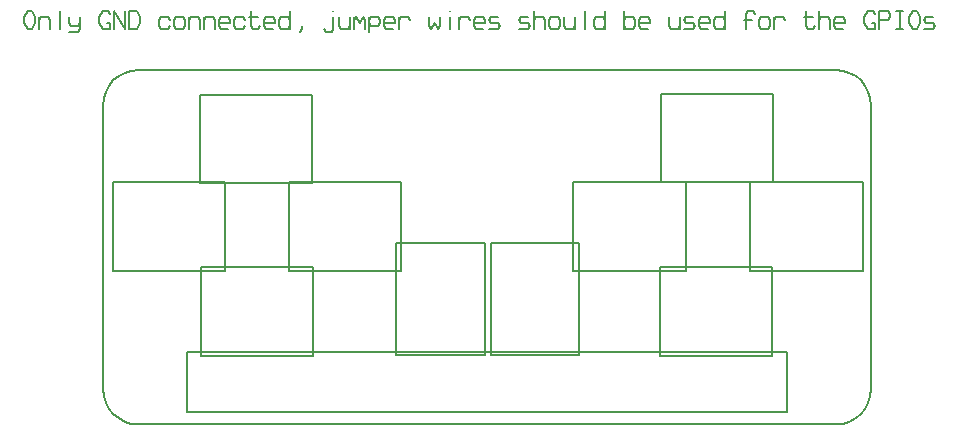
<source format=gbr>
G04 PROTEUS GERBER X2 FILE*
%TF.GenerationSoftware,Labcenter,Proteus,8.5-SP0-Build22067*%
%TF.CreationDate,2018-10-08T15:20:44+00:00*%
%TF.FileFunction,Legend,Top*%
%TF.FilePolarity,Positive*%
%TF.Part,Single*%
%FSLAX45Y45*%
%MOMM*%
G01*
%TA.AperFunction,Profile*%
%ADD13C,0.203200*%
%TA.AperFunction,Material*%
%ADD14C,0.203200*%
D13*
X+300000Y+3000000D02*
X+238660Y+2994031D01*
X+181934Y+2976855D01*
X+130921Y+2949573D01*
X+86719Y+2913281D01*
X+50427Y+2869080D01*
X+23145Y+2818066D01*
X+5969Y+2761340D01*
X+0Y+2700000D01*
X+0Y+300000D02*
X+5969Y+238660D01*
X+23145Y+181934D01*
X+50427Y+130920D01*
X+86719Y+86719D01*
X+130921Y+50427D01*
X+181934Y+23145D01*
X+238660Y+5969D01*
X+300000Y+0D01*
X+6500000Y+300000D02*
X+6494031Y+238660D01*
X+6476855Y+181934D01*
X+6449573Y+130920D01*
X+6413281Y+86719D01*
X+6369079Y+50427D01*
X+6318066Y+23145D01*
X+6261340Y+5969D01*
X+6200000Y+0D01*
X+6500000Y+2700000D02*
X+6494031Y+2761340D01*
X+6476855Y+2818066D01*
X+6449573Y+2869080D01*
X+6413281Y+2913281D01*
X+6369079Y+2949573D01*
X+6318066Y+2976855D01*
X+6261340Y+2994031D01*
X+6200000Y+3000000D01*
X+0Y+2700000D02*
X+0Y+300000D01*
X+300000Y+3000000D02*
X+6200000Y+3000000D01*
X+6500000Y+2700000D02*
X+6500000Y+300000D01*
X+6200000Y+0D02*
X+300000Y+0D01*
D14*
X+713000Y+103000D02*
X+5793000Y+103000D01*
X+5793000Y+611000D01*
X+713000Y+611000D01*
X+713000Y+103000D01*
X+1570000Y+1300000D02*
X+2520000Y+1300000D01*
X+2520000Y+2050000D01*
X+1570000Y+2050000D01*
X+1570000Y+1300000D01*
X+830000Y+580000D02*
X+1780000Y+580000D01*
X+1780000Y+1330000D01*
X+830000Y+1330000D01*
X+830000Y+580000D01*
X+80000Y+1300000D02*
X+1030000Y+1300000D01*
X+1030000Y+2050000D01*
X+80000Y+2050000D01*
X+80000Y+1300000D01*
X+820000Y+2040000D02*
X+1770000Y+2040000D01*
X+1770000Y+2790000D01*
X+820000Y+2790000D01*
X+820000Y+2040000D01*
X+2480000Y+590000D02*
X+3230000Y+590000D01*
X+3230000Y+1540000D01*
X+2480000Y+1540000D01*
X+2480000Y+590000D01*
X+3280000Y+590000D02*
X+4030000Y+590000D01*
X+4030000Y+1540000D01*
X+3280000Y+1540000D01*
X+3280000Y+590000D01*
X+3980000Y+1300000D02*
X+4930000Y+1300000D01*
X+4930000Y+2050000D01*
X+3980000Y+2050000D01*
X+3980000Y+1300000D01*
X+4720000Y+2050000D02*
X+5670000Y+2050000D01*
X+5670000Y+2800000D01*
X+4720000Y+2800000D01*
X+4720000Y+2050000D01*
X+5480000Y+1300000D02*
X+6430000Y+1300000D01*
X+6430000Y+2050000D01*
X+5480000Y+2050000D01*
X+5480000Y+1300000D01*
X+4710000Y+580000D02*
X+5660000Y+580000D01*
X+5660000Y+1330000D01*
X+4710000Y+1330000D01*
X+4710000Y+580000D01*
X-670560Y+3446780D02*
X-638810Y+3497580D01*
X-607060Y+3497580D01*
X-575310Y+3446780D01*
X-575310Y+3395980D01*
X-607060Y+3345180D01*
X-638810Y+3345180D01*
X-670560Y+3395980D01*
X-670560Y+3446780D01*
X-543560Y+3345180D02*
X-543560Y+3446780D01*
X-543560Y+3421380D02*
X-527685Y+3446780D01*
X-464185Y+3446780D01*
X-448310Y+3421380D01*
X-448310Y+3345180D01*
X-368935Y+3497580D02*
X-368935Y+3345180D01*
X-289560Y+3446780D02*
X-289560Y+3395980D01*
X-273685Y+3370580D01*
X-210185Y+3370580D01*
X-194310Y+3395980D01*
X-194310Y+3446780D02*
X-194310Y+3345180D01*
X-210185Y+3319780D01*
X-289560Y+3319780D01*
X+27940Y+3395980D02*
X+59690Y+3395980D01*
X+59690Y+3345180D01*
X-3810Y+3345180D01*
X-35560Y+3395980D01*
X-35560Y+3446780D01*
X-3810Y+3497580D01*
X+43815Y+3497580D01*
X+59690Y+3472180D01*
X+91440Y+3345180D02*
X+91440Y+3497580D01*
X+186690Y+3345180D01*
X+186690Y+3497580D01*
X+218440Y+3345180D02*
X+218440Y+3497580D01*
X+281940Y+3497580D01*
X+313690Y+3446780D01*
X+313690Y+3395980D01*
X+281940Y+3345180D01*
X+218440Y+3345180D01*
X+567690Y+3421380D02*
X+551815Y+3446780D01*
X+488315Y+3446780D01*
X+472440Y+3421380D01*
X+472440Y+3370580D01*
X+488315Y+3345180D01*
X+551815Y+3345180D01*
X+567690Y+3370580D01*
X+599440Y+3421380D02*
X+615315Y+3446780D01*
X+678815Y+3446780D01*
X+694690Y+3421380D01*
X+694690Y+3370580D01*
X+678815Y+3345180D01*
X+615315Y+3345180D01*
X+599440Y+3370580D01*
X+599440Y+3421380D01*
X+726440Y+3345180D02*
X+726440Y+3446780D01*
X+726440Y+3421380D02*
X+742315Y+3446780D01*
X+805815Y+3446780D01*
X+821690Y+3421380D01*
X+821690Y+3345180D01*
X+853440Y+3345180D02*
X+853440Y+3446780D01*
X+853440Y+3421380D02*
X+869315Y+3446780D01*
X+932815Y+3446780D01*
X+948690Y+3421380D01*
X+948690Y+3345180D01*
X+980440Y+3395980D02*
X+1075690Y+3395980D01*
X+1075690Y+3421380D01*
X+1059815Y+3446780D01*
X+996315Y+3446780D01*
X+980440Y+3421380D01*
X+980440Y+3370580D01*
X+996315Y+3345180D01*
X+1059815Y+3345180D01*
X+1202690Y+3421380D02*
X+1186815Y+3446780D01*
X+1123315Y+3446780D01*
X+1107440Y+3421380D01*
X+1107440Y+3370580D01*
X+1123315Y+3345180D01*
X+1186815Y+3345180D01*
X+1202690Y+3370580D01*
X+1250315Y+3497580D02*
X+1250315Y+3370580D01*
X+1266190Y+3345180D01*
X+1313815Y+3345180D01*
X+1329690Y+3370580D01*
X+1234440Y+3446780D02*
X+1313815Y+3446780D01*
X+1361440Y+3395980D02*
X+1456690Y+3395980D01*
X+1456690Y+3421380D01*
X+1440815Y+3446780D01*
X+1377315Y+3446780D01*
X+1361440Y+3421380D01*
X+1361440Y+3370580D01*
X+1377315Y+3345180D01*
X+1440815Y+3345180D01*
X+1583690Y+3421380D02*
X+1567815Y+3446780D01*
X+1504315Y+3446780D01*
X+1488440Y+3421380D01*
X+1488440Y+3370580D01*
X+1504315Y+3345180D01*
X+1567815Y+3345180D01*
X+1583690Y+3370580D01*
X+1583690Y+3345180D02*
X+1583690Y+3497580D01*
X+1678940Y+3370580D02*
X+1678940Y+3345180D01*
X+1663065Y+3319780D01*
X+1869440Y+3345180D02*
X+1885315Y+3319780D01*
X+1932940Y+3319780D01*
X+1948815Y+3345180D01*
X+1948815Y+3446780D01*
X+1948815Y+3497580D02*
X+1948815Y+3497580D01*
X+1996440Y+3446780D02*
X+1996440Y+3370580D01*
X+2012315Y+3345180D01*
X+2075815Y+3345180D01*
X+2091690Y+3370580D01*
X+2091690Y+3345180D02*
X+2091690Y+3446780D01*
X+2123440Y+3345180D02*
X+2123440Y+3446780D01*
X+2123440Y+3421380D02*
X+2139315Y+3446780D01*
X+2171065Y+3395980D01*
X+2202815Y+3446780D01*
X+2218690Y+3421380D01*
X+2218690Y+3345180D01*
X+2250440Y+3319780D02*
X+2250440Y+3446780D01*
X+2250440Y+3421380D02*
X+2266315Y+3446780D01*
X+2329815Y+3446780D01*
X+2345690Y+3421380D01*
X+2345690Y+3395980D01*
X+2329815Y+3370580D01*
X+2266315Y+3370580D01*
X+2250440Y+3395980D01*
X+2377440Y+3395980D02*
X+2472690Y+3395980D01*
X+2472690Y+3421380D01*
X+2456815Y+3446780D01*
X+2393315Y+3446780D01*
X+2377440Y+3421380D01*
X+2377440Y+3370580D01*
X+2393315Y+3345180D01*
X+2456815Y+3345180D01*
X+2504440Y+3345180D02*
X+2504440Y+3446780D01*
X+2504440Y+3421380D02*
X+2520315Y+3446780D01*
X+2583815Y+3446780D01*
X+2599690Y+3421380D01*
X+2758440Y+3446780D02*
X+2758440Y+3370580D01*
X+2774315Y+3345180D01*
X+2806065Y+3395980D01*
X+2837815Y+3345180D01*
X+2853690Y+3370580D01*
X+2853690Y+3446780D01*
X+2933065Y+3446780D02*
X+2933065Y+3345180D01*
X+2933065Y+3497580D02*
X+2933065Y+3497580D01*
X+3012440Y+3345180D02*
X+3012440Y+3446780D01*
X+3012440Y+3421380D02*
X+3028315Y+3446780D01*
X+3091815Y+3446780D01*
X+3107690Y+3421380D01*
X+3139440Y+3395980D02*
X+3234690Y+3395980D01*
X+3234690Y+3421380D01*
X+3218815Y+3446780D01*
X+3155315Y+3446780D01*
X+3139440Y+3421380D01*
X+3139440Y+3370580D01*
X+3155315Y+3345180D01*
X+3218815Y+3345180D01*
X+3345815Y+3446780D02*
X+3282315Y+3446780D01*
X+3266440Y+3421380D01*
X+3282315Y+3395980D01*
X+3345815Y+3395980D01*
X+3361690Y+3370580D01*
X+3345815Y+3345180D01*
X+3266440Y+3345180D01*
X+3599815Y+3446780D02*
X+3536315Y+3446780D01*
X+3520440Y+3421380D01*
X+3536315Y+3395980D01*
X+3599815Y+3395980D01*
X+3615690Y+3370580D01*
X+3599815Y+3345180D01*
X+3520440Y+3345180D01*
X+3742690Y+3345180D02*
X+3742690Y+3421380D01*
X+3726815Y+3446780D01*
X+3663315Y+3446780D01*
X+3647440Y+3421380D01*
X+3647440Y+3497580D02*
X+3647440Y+3345180D01*
X+3774440Y+3421380D02*
X+3790315Y+3446780D01*
X+3853815Y+3446780D01*
X+3869690Y+3421380D01*
X+3869690Y+3370580D01*
X+3853815Y+3345180D01*
X+3790315Y+3345180D01*
X+3774440Y+3370580D01*
X+3774440Y+3421380D01*
X+3901440Y+3446780D02*
X+3901440Y+3370580D01*
X+3917315Y+3345180D01*
X+3980815Y+3345180D01*
X+3996690Y+3370580D01*
X+3996690Y+3345180D02*
X+3996690Y+3446780D01*
X+4076065Y+3497580D02*
X+4076065Y+3345180D01*
X+4250690Y+3421380D02*
X+4234815Y+3446780D01*
X+4171315Y+3446780D01*
X+4155440Y+3421380D01*
X+4155440Y+3370580D01*
X+4171315Y+3345180D01*
X+4234815Y+3345180D01*
X+4250690Y+3370580D01*
X+4250690Y+3345180D02*
X+4250690Y+3497580D01*
X+4409440Y+3421380D02*
X+4425315Y+3446780D01*
X+4488815Y+3446780D01*
X+4504690Y+3421380D01*
X+4504690Y+3370580D01*
X+4488815Y+3345180D01*
X+4425315Y+3345180D01*
X+4409440Y+3370580D01*
X+4409440Y+3345180D02*
X+4409440Y+3497580D01*
X+4536440Y+3395980D02*
X+4631690Y+3395980D01*
X+4631690Y+3421380D01*
X+4615815Y+3446780D01*
X+4552315Y+3446780D01*
X+4536440Y+3421380D01*
X+4536440Y+3370580D01*
X+4552315Y+3345180D01*
X+4615815Y+3345180D01*
X+4790440Y+3446780D02*
X+4790440Y+3370580D01*
X+4806315Y+3345180D01*
X+4869815Y+3345180D01*
X+4885690Y+3370580D01*
X+4885690Y+3345180D02*
X+4885690Y+3446780D01*
X+4996815Y+3446780D02*
X+4933315Y+3446780D01*
X+4917440Y+3421380D01*
X+4933315Y+3395980D01*
X+4996815Y+3395980D01*
X+5012690Y+3370580D01*
X+4996815Y+3345180D01*
X+4917440Y+3345180D01*
X+5044440Y+3395980D02*
X+5139690Y+3395980D01*
X+5139690Y+3421380D01*
X+5123815Y+3446780D01*
X+5060315Y+3446780D01*
X+5044440Y+3421380D01*
X+5044440Y+3370580D01*
X+5060315Y+3345180D01*
X+5123815Y+3345180D01*
X+5266690Y+3421380D02*
X+5250815Y+3446780D01*
X+5187315Y+3446780D01*
X+5171440Y+3421380D01*
X+5171440Y+3370580D01*
X+5187315Y+3345180D01*
X+5250815Y+3345180D01*
X+5266690Y+3370580D01*
X+5266690Y+3345180D02*
X+5266690Y+3497580D01*
X+5441315Y+3345180D02*
X+5441315Y+3472180D01*
X+5457190Y+3497580D01*
X+5504815Y+3497580D01*
X+5520690Y+3472180D01*
X+5425440Y+3421380D02*
X+5488940Y+3421380D01*
X+5552440Y+3421380D02*
X+5568315Y+3446780D01*
X+5631815Y+3446780D01*
X+5647690Y+3421380D01*
X+5647690Y+3370580D01*
X+5631815Y+3345180D01*
X+5568315Y+3345180D01*
X+5552440Y+3370580D01*
X+5552440Y+3421380D01*
X+5679440Y+3345180D02*
X+5679440Y+3446780D01*
X+5679440Y+3421380D02*
X+5695315Y+3446780D01*
X+5758815Y+3446780D01*
X+5774690Y+3421380D01*
X+5949315Y+3497580D02*
X+5949315Y+3370580D01*
X+5965190Y+3345180D01*
X+6012815Y+3345180D01*
X+6028690Y+3370580D01*
X+5933440Y+3446780D02*
X+6012815Y+3446780D01*
X+6155690Y+3345180D02*
X+6155690Y+3421380D01*
X+6139815Y+3446780D01*
X+6076315Y+3446780D01*
X+6060440Y+3421380D01*
X+6060440Y+3497580D02*
X+6060440Y+3345180D01*
X+6187440Y+3395980D02*
X+6282690Y+3395980D01*
X+6282690Y+3421380D01*
X+6266815Y+3446780D01*
X+6203315Y+3446780D01*
X+6187440Y+3421380D01*
X+6187440Y+3370580D01*
X+6203315Y+3345180D01*
X+6266815Y+3345180D01*
X+6504940Y+3395980D02*
X+6536690Y+3395980D01*
X+6536690Y+3345180D01*
X+6473190Y+3345180D01*
X+6441440Y+3395980D01*
X+6441440Y+3446780D01*
X+6473190Y+3497580D01*
X+6520815Y+3497580D01*
X+6536690Y+3472180D01*
X+6568440Y+3345180D02*
X+6568440Y+3497580D01*
X+6647815Y+3497580D01*
X+6663690Y+3472180D01*
X+6663690Y+3446780D01*
X+6647815Y+3421380D01*
X+6568440Y+3421380D01*
X+6711315Y+3497580D02*
X+6774815Y+3497580D01*
X+6743065Y+3497580D02*
X+6743065Y+3345180D01*
X+6711315Y+3345180D02*
X+6774815Y+3345180D01*
X+6822440Y+3446780D02*
X+6854190Y+3497580D01*
X+6885940Y+3497580D01*
X+6917690Y+3446780D01*
X+6917690Y+3395980D01*
X+6885940Y+3345180D01*
X+6854190Y+3345180D01*
X+6822440Y+3395980D01*
X+6822440Y+3446780D01*
X+7028815Y+3446780D02*
X+6965315Y+3446780D01*
X+6949440Y+3421380D01*
X+6965315Y+3395980D01*
X+7028815Y+3395980D01*
X+7044690Y+3370580D01*
X+7028815Y+3345180D01*
X+6949440Y+3345180D01*
M02*

</source>
